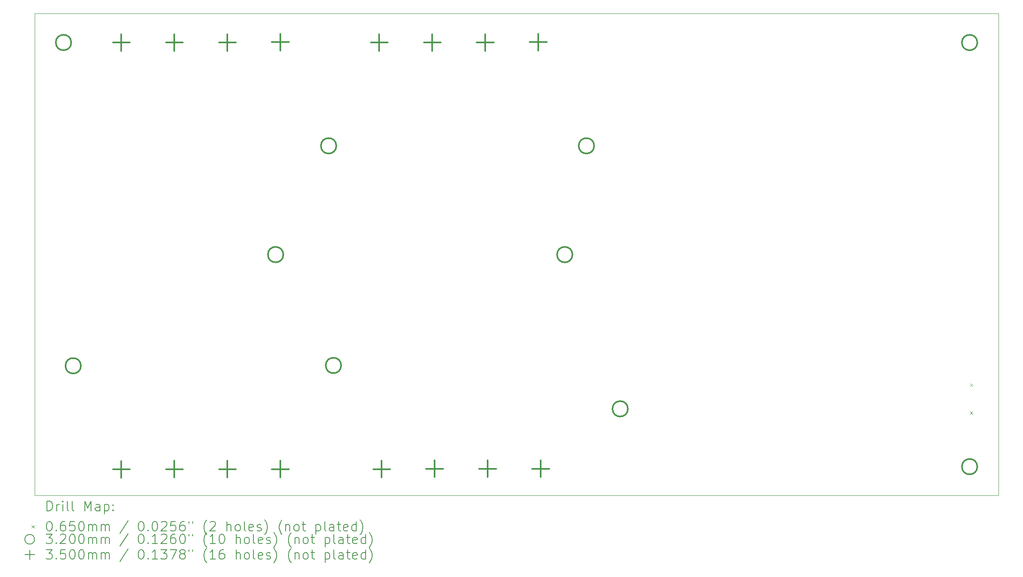
<source format=gbr>
%TF.GenerationSoftware,KiCad,Pcbnew,9.0.1*%
%TF.CreationDate,2025-04-06T02:55:30+02:00*%
%TF.ProjectId,controller_mainboard,636f6e74-726f-46c6-9c65-725f6d61696e,rev?*%
%TF.SameCoordinates,Original*%
%TF.FileFunction,Drillmap*%
%TF.FilePolarity,Positive*%
%FSLAX45Y45*%
G04 Gerber Fmt 4.5, Leading zero omitted, Abs format (unit mm)*
G04 Created by KiCad (PCBNEW 9.0.1) date 2025-04-06 02:55:30*
%MOMM*%
%LPD*%
G01*
G04 APERTURE LIST*
%ADD10C,0.050000*%
%ADD11C,0.200000*%
%ADD12C,0.100000*%
%ADD13C,0.320000*%
%ADD14C,0.350000*%
G04 APERTURE END LIST*
D10*
X5400000Y-6000000D02*
X25400000Y-6000000D01*
X25400000Y-16000000D01*
X5400000Y-16000000D01*
X5400000Y-6000000D01*
D11*
D12*
X24805000Y-13673500D02*
X24870000Y-13738500D01*
X24870000Y-13673500D02*
X24805000Y-13738500D01*
X24805000Y-14251500D02*
X24870000Y-14316500D01*
X24870000Y-14251500D02*
X24805000Y-14316500D01*
D13*
X6160000Y-6600000D02*
G75*
G02*
X5840000Y-6600000I-160000J0D01*
G01*
X5840000Y-6600000D02*
G75*
G02*
X6160000Y-6600000I160000J0D01*
G01*
X6360000Y-13307000D02*
G75*
G02*
X6040000Y-13307000I-160000J0D01*
G01*
X6040000Y-13307000D02*
G75*
G02*
X6360000Y-13307000I160000J0D01*
G01*
X10560000Y-11000000D02*
G75*
G02*
X10240000Y-11000000I-160000J0D01*
G01*
X10240000Y-11000000D02*
G75*
G02*
X10560000Y-11000000I160000J0D01*
G01*
X11660000Y-8743000D02*
G75*
G02*
X11340000Y-8743000I-160000J0D01*
G01*
X11340000Y-8743000D02*
G75*
G02*
X11660000Y-8743000I160000J0D01*
G01*
X11760000Y-13300000D02*
G75*
G02*
X11440000Y-13300000I-160000J0D01*
G01*
X11440000Y-13300000D02*
G75*
G02*
X11760000Y-13300000I160000J0D01*
G01*
X16560000Y-11000000D02*
G75*
G02*
X16240000Y-11000000I-160000J0D01*
G01*
X16240000Y-11000000D02*
G75*
G02*
X16560000Y-11000000I160000J0D01*
G01*
X17010000Y-8743000D02*
G75*
G02*
X16690000Y-8743000I-160000J0D01*
G01*
X16690000Y-8743000D02*
G75*
G02*
X17010000Y-8743000I160000J0D01*
G01*
X17710000Y-14200000D02*
G75*
G02*
X17390000Y-14200000I-160000J0D01*
G01*
X17390000Y-14200000D02*
G75*
G02*
X17710000Y-14200000I160000J0D01*
G01*
X24960000Y-6600000D02*
G75*
G02*
X24640000Y-6600000I-160000J0D01*
G01*
X24640000Y-6600000D02*
G75*
G02*
X24960000Y-6600000I160000J0D01*
G01*
X24960000Y-15400000D02*
G75*
G02*
X24640000Y-15400000I-160000J0D01*
G01*
X24640000Y-15400000D02*
G75*
G02*
X24960000Y-15400000I160000J0D01*
G01*
D14*
X7200000Y-6425000D02*
X7200000Y-6775000D01*
X7025000Y-6600000D02*
X7375000Y-6600000D01*
X7200000Y-15282000D02*
X7200000Y-15632000D01*
X7025000Y-15457000D02*
X7375000Y-15457000D01*
X8300000Y-6425000D02*
X8300000Y-6775000D01*
X8125000Y-6600000D02*
X8475000Y-6600000D01*
X8300000Y-15275000D02*
X8300000Y-15625000D01*
X8125000Y-15450000D02*
X8475000Y-15450000D01*
X9400000Y-6425000D02*
X9400000Y-6775000D01*
X9225000Y-6600000D02*
X9575000Y-6600000D01*
X9400000Y-15275000D02*
X9400000Y-15625000D01*
X9225000Y-15450000D02*
X9575000Y-15450000D01*
X10500000Y-6418000D02*
X10500000Y-6768000D01*
X10325000Y-6593000D02*
X10675000Y-6593000D01*
X10500000Y-15275000D02*
X10500000Y-15625000D01*
X10325000Y-15450000D02*
X10675000Y-15450000D01*
X12550000Y-6425000D02*
X12550000Y-6775000D01*
X12375000Y-6600000D02*
X12725000Y-6600000D01*
X12600000Y-15275000D02*
X12600000Y-15625000D01*
X12425000Y-15450000D02*
X12775000Y-15450000D01*
X13650000Y-6425000D02*
X13650000Y-6775000D01*
X13475000Y-6600000D02*
X13825000Y-6600000D01*
X13700000Y-15268000D02*
X13700000Y-15618000D01*
X13525000Y-15443000D02*
X13875000Y-15443000D01*
X14750000Y-6425000D02*
X14750000Y-6775000D01*
X14575000Y-6600000D02*
X14925000Y-6600000D01*
X14800000Y-15268000D02*
X14800000Y-15618000D01*
X14625000Y-15443000D02*
X14975000Y-15443000D01*
X15850000Y-6418000D02*
X15850000Y-6768000D01*
X15675000Y-6593000D02*
X16025000Y-6593000D01*
X15900000Y-15268000D02*
X15900000Y-15618000D01*
X15725000Y-15443000D02*
X16075000Y-15443000D01*
D11*
X5658277Y-16313984D02*
X5658277Y-16113984D01*
X5658277Y-16113984D02*
X5705896Y-16113984D01*
X5705896Y-16113984D02*
X5734467Y-16123508D01*
X5734467Y-16123508D02*
X5753515Y-16142555D01*
X5753515Y-16142555D02*
X5763039Y-16161603D01*
X5763039Y-16161603D02*
X5772562Y-16199698D01*
X5772562Y-16199698D02*
X5772562Y-16228269D01*
X5772562Y-16228269D02*
X5763039Y-16266365D01*
X5763039Y-16266365D02*
X5753515Y-16285412D01*
X5753515Y-16285412D02*
X5734467Y-16304460D01*
X5734467Y-16304460D02*
X5705896Y-16313984D01*
X5705896Y-16313984D02*
X5658277Y-16313984D01*
X5858277Y-16313984D02*
X5858277Y-16180650D01*
X5858277Y-16218746D02*
X5867801Y-16199698D01*
X5867801Y-16199698D02*
X5877324Y-16190174D01*
X5877324Y-16190174D02*
X5896372Y-16180650D01*
X5896372Y-16180650D02*
X5915420Y-16180650D01*
X5982086Y-16313984D02*
X5982086Y-16180650D01*
X5982086Y-16113984D02*
X5972562Y-16123508D01*
X5972562Y-16123508D02*
X5982086Y-16133031D01*
X5982086Y-16133031D02*
X5991610Y-16123508D01*
X5991610Y-16123508D02*
X5982086Y-16113984D01*
X5982086Y-16113984D02*
X5982086Y-16133031D01*
X6105896Y-16313984D02*
X6086848Y-16304460D01*
X6086848Y-16304460D02*
X6077324Y-16285412D01*
X6077324Y-16285412D02*
X6077324Y-16113984D01*
X6210658Y-16313984D02*
X6191610Y-16304460D01*
X6191610Y-16304460D02*
X6182086Y-16285412D01*
X6182086Y-16285412D02*
X6182086Y-16113984D01*
X6439229Y-16313984D02*
X6439229Y-16113984D01*
X6439229Y-16113984D02*
X6505896Y-16256841D01*
X6505896Y-16256841D02*
X6572562Y-16113984D01*
X6572562Y-16113984D02*
X6572562Y-16313984D01*
X6753515Y-16313984D02*
X6753515Y-16209222D01*
X6753515Y-16209222D02*
X6743991Y-16190174D01*
X6743991Y-16190174D02*
X6724943Y-16180650D01*
X6724943Y-16180650D02*
X6686848Y-16180650D01*
X6686848Y-16180650D02*
X6667801Y-16190174D01*
X6753515Y-16304460D02*
X6734467Y-16313984D01*
X6734467Y-16313984D02*
X6686848Y-16313984D01*
X6686848Y-16313984D02*
X6667801Y-16304460D01*
X6667801Y-16304460D02*
X6658277Y-16285412D01*
X6658277Y-16285412D02*
X6658277Y-16266365D01*
X6658277Y-16266365D02*
X6667801Y-16247317D01*
X6667801Y-16247317D02*
X6686848Y-16237793D01*
X6686848Y-16237793D02*
X6734467Y-16237793D01*
X6734467Y-16237793D02*
X6753515Y-16228269D01*
X6848753Y-16180650D02*
X6848753Y-16380650D01*
X6848753Y-16190174D02*
X6867801Y-16180650D01*
X6867801Y-16180650D02*
X6905896Y-16180650D01*
X6905896Y-16180650D02*
X6924943Y-16190174D01*
X6924943Y-16190174D02*
X6934467Y-16199698D01*
X6934467Y-16199698D02*
X6943991Y-16218746D01*
X6943991Y-16218746D02*
X6943991Y-16275888D01*
X6943991Y-16275888D02*
X6934467Y-16294936D01*
X6934467Y-16294936D02*
X6924943Y-16304460D01*
X6924943Y-16304460D02*
X6905896Y-16313984D01*
X6905896Y-16313984D02*
X6867801Y-16313984D01*
X6867801Y-16313984D02*
X6848753Y-16304460D01*
X7029705Y-16294936D02*
X7039229Y-16304460D01*
X7039229Y-16304460D02*
X7029705Y-16313984D01*
X7029705Y-16313984D02*
X7020182Y-16304460D01*
X7020182Y-16304460D02*
X7029705Y-16294936D01*
X7029705Y-16294936D02*
X7029705Y-16313984D01*
X7029705Y-16190174D02*
X7039229Y-16199698D01*
X7039229Y-16199698D02*
X7029705Y-16209222D01*
X7029705Y-16209222D02*
X7020182Y-16199698D01*
X7020182Y-16199698D02*
X7029705Y-16190174D01*
X7029705Y-16190174D02*
X7029705Y-16209222D01*
D12*
X5332500Y-16610000D02*
X5397500Y-16675000D01*
X5397500Y-16610000D02*
X5332500Y-16675000D01*
D11*
X5696372Y-16533984D02*
X5715420Y-16533984D01*
X5715420Y-16533984D02*
X5734467Y-16543508D01*
X5734467Y-16543508D02*
X5743991Y-16553031D01*
X5743991Y-16553031D02*
X5753515Y-16572079D01*
X5753515Y-16572079D02*
X5763039Y-16610174D01*
X5763039Y-16610174D02*
X5763039Y-16657793D01*
X5763039Y-16657793D02*
X5753515Y-16695888D01*
X5753515Y-16695888D02*
X5743991Y-16714936D01*
X5743991Y-16714936D02*
X5734467Y-16724460D01*
X5734467Y-16724460D02*
X5715420Y-16733984D01*
X5715420Y-16733984D02*
X5696372Y-16733984D01*
X5696372Y-16733984D02*
X5677324Y-16724460D01*
X5677324Y-16724460D02*
X5667801Y-16714936D01*
X5667801Y-16714936D02*
X5658277Y-16695888D01*
X5658277Y-16695888D02*
X5648753Y-16657793D01*
X5648753Y-16657793D02*
X5648753Y-16610174D01*
X5648753Y-16610174D02*
X5658277Y-16572079D01*
X5658277Y-16572079D02*
X5667801Y-16553031D01*
X5667801Y-16553031D02*
X5677324Y-16543508D01*
X5677324Y-16543508D02*
X5696372Y-16533984D01*
X5848753Y-16714936D02*
X5858277Y-16724460D01*
X5858277Y-16724460D02*
X5848753Y-16733984D01*
X5848753Y-16733984D02*
X5839229Y-16724460D01*
X5839229Y-16724460D02*
X5848753Y-16714936D01*
X5848753Y-16714936D02*
X5848753Y-16733984D01*
X6029705Y-16533984D02*
X5991610Y-16533984D01*
X5991610Y-16533984D02*
X5972562Y-16543508D01*
X5972562Y-16543508D02*
X5963039Y-16553031D01*
X5963039Y-16553031D02*
X5943991Y-16581603D01*
X5943991Y-16581603D02*
X5934467Y-16619698D01*
X5934467Y-16619698D02*
X5934467Y-16695888D01*
X5934467Y-16695888D02*
X5943991Y-16714936D01*
X5943991Y-16714936D02*
X5953515Y-16724460D01*
X5953515Y-16724460D02*
X5972562Y-16733984D01*
X5972562Y-16733984D02*
X6010658Y-16733984D01*
X6010658Y-16733984D02*
X6029705Y-16724460D01*
X6029705Y-16724460D02*
X6039229Y-16714936D01*
X6039229Y-16714936D02*
X6048753Y-16695888D01*
X6048753Y-16695888D02*
X6048753Y-16648269D01*
X6048753Y-16648269D02*
X6039229Y-16629222D01*
X6039229Y-16629222D02*
X6029705Y-16619698D01*
X6029705Y-16619698D02*
X6010658Y-16610174D01*
X6010658Y-16610174D02*
X5972562Y-16610174D01*
X5972562Y-16610174D02*
X5953515Y-16619698D01*
X5953515Y-16619698D02*
X5943991Y-16629222D01*
X5943991Y-16629222D02*
X5934467Y-16648269D01*
X6229705Y-16533984D02*
X6134467Y-16533984D01*
X6134467Y-16533984D02*
X6124943Y-16629222D01*
X6124943Y-16629222D02*
X6134467Y-16619698D01*
X6134467Y-16619698D02*
X6153515Y-16610174D01*
X6153515Y-16610174D02*
X6201134Y-16610174D01*
X6201134Y-16610174D02*
X6220182Y-16619698D01*
X6220182Y-16619698D02*
X6229705Y-16629222D01*
X6229705Y-16629222D02*
X6239229Y-16648269D01*
X6239229Y-16648269D02*
X6239229Y-16695888D01*
X6239229Y-16695888D02*
X6229705Y-16714936D01*
X6229705Y-16714936D02*
X6220182Y-16724460D01*
X6220182Y-16724460D02*
X6201134Y-16733984D01*
X6201134Y-16733984D02*
X6153515Y-16733984D01*
X6153515Y-16733984D02*
X6134467Y-16724460D01*
X6134467Y-16724460D02*
X6124943Y-16714936D01*
X6363039Y-16533984D02*
X6382086Y-16533984D01*
X6382086Y-16533984D02*
X6401134Y-16543508D01*
X6401134Y-16543508D02*
X6410658Y-16553031D01*
X6410658Y-16553031D02*
X6420182Y-16572079D01*
X6420182Y-16572079D02*
X6429705Y-16610174D01*
X6429705Y-16610174D02*
X6429705Y-16657793D01*
X6429705Y-16657793D02*
X6420182Y-16695888D01*
X6420182Y-16695888D02*
X6410658Y-16714936D01*
X6410658Y-16714936D02*
X6401134Y-16724460D01*
X6401134Y-16724460D02*
X6382086Y-16733984D01*
X6382086Y-16733984D02*
X6363039Y-16733984D01*
X6363039Y-16733984D02*
X6343991Y-16724460D01*
X6343991Y-16724460D02*
X6334467Y-16714936D01*
X6334467Y-16714936D02*
X6324943Y-16695888D01*
X6324943Y-16695888D02*
X6315420Y-16657793D01*
X6315420Y-16657793D02*
X6315420Y-16610174D01*
X6315420Y-16610174D02*
X6324943Y-16572079D01*
X6324943Y-16572079D02*
X6334467Y-16553031D01*
X6334467Y-16553031D02*
X6343991Y-16543508D01*
X6343991Y-16543508D02*
X6363039Y-16533984D01*
X6515420Y-16733984D02*
X6515420Y-16600650D01*
X6515420Y-16619698D02*
X6524943Y-16610174D01*
X6524943Y-16610174D02*
X6543991Y-16600650D01*
X6543991Y-16600650D02*
X6572563Y-16600650D01*
X6572563Y-16600650D02*
X6591610Y-16610174D01*
X6591610Y-16610174D02*
X6601134Y-16629222D01*
X6601134Y-16629222D02*
X6601134Y-16733984D01*
X6601134Y-16629222D02*
X6610658Y-16610174D01*
X6610658Y-16610174D02*
X6629705Y-16600650D01*
X6629705Y-16600650D02*
X6658277Y-16600650D01*
X6658277Y-16600650D02*
X6677324Y-16610174D01*
X6677324Y-16610174D02*
X6686848Y-16629222D01*
X6686848Y-16629222D02*
X6686848Y-16733984D01*
X6782086Y-16733984D02*
X6782086Y-16600650D01*
X6782086Y-16619698D02*
X6791610Y-16610174D01*
X6791610Y-16610174D02*
X6810658Y-16600650D01*
X6810658Y-16600650D02*
X6839229Y-16600650D01*
X6839229Y-16600650D02*
X6858277Y-16610174D01*
X6858277Y-16610174D02*
X6867801Y-16629222D01*
X6867801Y-16629222D02*
X6867801Y-16733984D01*
X6867801Y-16629222D02*
X6877324Y-16610174D01*
X6877324Y-16610174D02*
X6896372Y-16600650D01*
X6896372Y-16600650D02*
X6924943Y-16600650D01*
X6924943Y-16600650D02*
X6943991Y-16610174D01*
X6943991Y-16610174D02*
X6953515Y-16629222D01*
X6953515Y-16629222D02*
X6953515Y-16733984D01*
X7343991Y-16524460D02*
X7172563Y-16781603D01*
X7601134Y-16533984D02*
X7620182Y-16533984D01*
X7620182Y-16533984D02*
X7639229Y-16543508D01*
X7639229Y-16543508D02*
X7648753Y-16553031D01*
X7648753Y-16553031D02*
X7658277Y-16572079D01*
X7658277Y-16572079D02*
X7667801Y-16610174D01*
X7667801Y-16610174D02*
X7667801Y-16657793D01*
X7667801Y-16657793D02*
X7658277Y-16695888D01*
X7658277Y-16695888D02*
X7648753Y-16714936D01*
X7648753Y-16714936D02*
X7639229Y-16724460D01*
X7639229Y-16724460D02*
X7620182Y-16733984D01*
X7620182Y-16733984D02*
X7601134Y-16733984D01*
X7601134Y-16733984D02*
X7582086Y-16724460D01*
X7582086Y-16724460D02*
X7572563Y-16714936D01*
X7572563Y-16714936D02*
X7563039Y-16695888D01*
X7563039Y-16695888D02*
X7553515Y-16657793D01*
X7553515Y-16657793D02*
X7553515Y-16610174D01*
X7553515Y-16610174D02*
X7563039Y-16572079D01*
X7563039Y-16572079D02*
X7572563Y-16553031D01*
X7572563Y-16553031D02*
X7582086Y-16543508D01*
X7582086Y-16543508D02*
X7601134Y-16533984D01*
X7753515Y-16714936D02*
X7763039Y-16724460D01*
X7763039Y-16724460D02*
X7753515Y-16733984D01*
X7753515Y-16733984D02*
X7743991Y-16724460D01*
X7743991Y-16724460D02*
X7753515Y-16714936D01*
X7753515Y-16714936D02*
X7753515Y-16733984D01*
X7886848Y-16533984D02*
X7905896Y-16533984D01*
X7905896Y-16533984D02*
X7924944Y-16543508D01*
X7924944Y-16543508D02*
X7934467Y-16553031D01*
X7934467Y-16553031D02*
X7943991Y-16572079D01*
X7943991Y-16572079D02*
X7953515Y-16610174D01*
X7953515Y-16610174D02*
X7953515Y-16657793D01*
X7953515Y-16657793D02*
X7943991Y-16695888D01*
X7943991Y-16695888D02*
X7934467Y-16714936D01*
X7934467Y-16714936D02*
X7924944Y-16724460D01*
X7924944Y-16724460D02*
X7905896Y-16733984D01*
X7905896Y-16733984D02*
X7886848Y-16733984D01*
X7886848Y-16733984D02*
X7867801Y-16724460D01*
X7867801Y-16724460D02*
X7858277Y-16714936D01*
X7858277Y-16714936D02*
X7848753Y-16695888D01*
X7848753Y-16695888D02*
X7839229Y-16657793D01*
X7839229Y-16657793D02*
X7839229Y-16610174D01*
X7839229Y-16610174D02*
X7848753Y-16572079D01*
X7848753Y-16572079D02*
X7858277Y-16553031D01*
X7858277Y-16553031D02*
X7867801Y-16543508D01*
X7867801Y-16543508D02*
X7886848Y-16533984D01*
X8029706Y-16553031D02*
X8039229Y-16543508D01*
X8039229Y-16543508D02*
X8058277Y-16533984D01*
X8058277Y-16533984D02*
X8105896Y-16533984D01*
X8105896Y-16533984D02*
X8124944Y-16543508D01*
X8124944Y-16543508D02*
X8134467Y-16553031D01*
X8134467Y-16553031D02*
X8143991Y-16572079D01*
X8143991Y-16572079D02*
X8143991Y-16591127D01*
X8143991Y-16591127D02*
X8134467Y-16619698D01*
X8134467Y-16619698D02*
X8020182Y-16733984D01*
X8020182Y-16733984D02*
X8143991Y-16733984D01*
X8324944Y-16533984D02*
X8229706Y-16533984D01*
X8229706Y-16533984D02*
X8220182Y-16629222D01*
X8220182Y-16629222D02*
X8229706Y-16619698D01*
X8229706Y-16619698D02*
X8248753Y-16610174D01*
X8248753Y-16610174D02*
X8296372Y-16610174D01*
X8296372Y-16610174D02*
X8315420Y-16619698D01*
X8315420Y-16619698D02*
X8324944Y-16629222D01*
X8324944Y-16629222D02*
X8334467Y-16648269D01*
X8334467Y-16648269D02*
X8334467Y-16695888D01*
X8334467Y-16695888D02*
X8324944Y-16714936D01*
X8324944Y-16714936D02*
X8315420Y-16724460D01*
X8315420Y-16724460D02*
X8296372Y-16733984D01*
X8296372Y-16733984D02*
X8248753Y-16733984D01*
X8248753Y-16733984D02*
X8229706Y-16724460D01*
X8229706Y-16724460D02*
X8220182Y-16714936D01*
X8505896Y-16533984D02*
X8467801Y-16533984D01*
X8467801Y-16533984D02*
X8448753Y-16543508D01*
X8448753Y-16543508D02*
X8439229Y-16553031D01*
X8439229Y-16553031D02*
X8420182Y-16581603D01*
X8420182Y-16581603D02*
X8410658Y-16619698D01*
X8410658Y-16619698D02*
X8410658Y-16695888D01*
X8410658Y-16695888D02*
X8420182Y-16714936D01*
X8420182Y-16714936D02*
X8429706Y-16724460D01*
X8429706Y-16724460D02*
X8448753Y-16733984D01*
X8448753Y-16733984D02*
X8486849Y-16733984D01*
X8486849Y-16733984D02*
X8505896Y-16724460D01*
X8505896Y-16724460D02*
X8515420Y-16714936D01*
X8515420Y-16714936D02*
X8524944Y-16695888D01*
X8524944Y-16695888D02*
X8524944Y-16648269D01*
X8524944Y-16648269D02*
X8515420Y-16629222D01*
X8515420Y-16629222D02*
X8505896Y-16619698D01*
X8505896Y-16619698D02*
X8486849Y-16610174D01*
X8486849Y-16610174D02*
X8448753Y-16610174D01*
X8448753Y-16610174D02*
X8429706Y-16619698D01*
X8429706Y-16619698D02*
X8420182Y-16629222D01*
X8420182Y-16629222D02*
X8410658Y-16648269D01*
X8601134Y-16533984D02*
X8601134Y-16572079D01*
X8677325Y-16533984D02*
X8677325Y-16572079D01*
X8972563Y-16810174D02*
X8963039Y-16800650D01*
X8963039Y-16800650D02*
X8943991Y-16772079D01*
X8943991Y-16772079D02*
X8934468Y-16753031D01*
X8934468Y-16753031D02*
X8924944Y-16724460D01*
X8924944Y-16724460D02*
X8915420Y-16676841D01*
X8915420Y-16676841D02*
X8915420Y-16638746D01*
X8915420Y-16638746D02*
X8924944Y-16591127D01*
X8924944Y-16591127D02*
X8934468Y-16562555D01*
X8934468Y-16562555D02*
X8943991Y-16543508D01*
X8943991Y-16543508D02*
X8963039Y-16514936D01*
X8963039Y-16514936D02*
X8972563Y-16505412D01*
X9039230Y-16553031D02*
X9048753Y-16543508D01*
X9048753Y-16543508D02*
X9067801Y-16533984D01*
X9067801Y-16533984D02*
X9115420Y-16533984D01*
X9115420Y-16533984D02*
X9134468Y-16543508D01*
X9134468Y-16543508D02*
X9143991Y-16553031D01*
X9143991Y-16553031D02*
X9153515Y-16572079D01*
X9153515Y-16572079D02*
X9153515Y-16591127D01*
X9153515Y-16591127D02*
X9143991Y-16619698D01*
X9143991Y-16619698D02*
X9029706Y-16733984D01*
X9029706Y-16733984D02*
X9153515Y-16733984D01*
X9391611Y-16733984D02*
X9391611Y-16533984D01*
X9477325Y-16733984D02*
X9477325Y-16629222D01*
X9477325Y-16629222D02*
X9467801Y-16610174D01*
X9467801Y-16610174D02*
X9448753Y-16600650D01*
X9448753Y-16600650D02*
X9420182Y-16600650D01*
X9420182Y-16600650D02*
X9401134Y-16610174D01*
X9401134Y-16610174D02*
X9391611Y-16619698D01*
X9601134Y-16733984D02*
X9582087Y-16724460D01*
X9582087Y-16724460D02*
X9572563Y-16714936D01*
X9572563Y-16714936D02*
X9563039Y-16695888D01*
X9563039Y-16695888D02*
X9563039Y-16638746D01*
X9563039Y-16638746D02*
X9572563Y-16619698D01*
X9572563Y-16619698D02*
X9582087Y-16610174D01*
X9582087Y-16610174D02*
X9601134Y-16600650D01*
X9601134Y-16600650D02*
X9629706Y-16600650D01*
X9629706Y-16600650D02*
X9648753Y-16610174D01*
X9648753Y-16610174D02*
X9658277Y-16619698D01*
X9658277Y-16619698D02*
X9667801Y-16638746D01*
X9667801Y-16638746D02*
X9667801Y-16695888D01*
X9667801Y-16695888D02*
X9658277Y-16714936D01*
X9658277Y-16714936D02*
X9648753Y-16724460D01*
X9648753Y-16724460D02*
X9629706Y-16733984D01*
X9629706Y-16733984D02*
X9601134Y-16733984D01*
X9782087Y-16733984D02*
X9763039Y-16724460D01*
X9763039Y-16724460D02*
X9753515Y-16705412D01*
X9753515Y-16705412D02*
X9753515Y-16533984D01*
X9934468Y-16724460D02*
X9915420Y-16733984D01*
X9915420Y-16733984D02*
X9877325Y-16733984D01*
X9877325Y-16733984D02*
X9858277Y-16724460D01*
X9858277Y-16724460D02*
X9848753Y-16705412D01*
X9848753Y-16705412D02*
X9848753Y-16629222D01*
X9848753Y-16629222D02*
X9858277Y-16610174D01*
X9858277Y-16610174D02*
X9877325Y-16600650D01*
X9877325Y-16600650D02*
X9915420Y-16600650D01*
X9915420Y-16600650D02*
X9934468Y-16610174D01*
X9934468Y-16610174D02*
X9943992Y-16629222D01*
X9943992Y-16629222D02*
X9943992Y-16648269D01*
X9943992Y-16648269D02*
X9848753Y-16667317D01*
X10020182Y-16724460D02*
X10039230Y-16733984D01*
X10039230Y-16733984D02*
X10077325Y-16733984D01*
X10077325Y-16733984D02*
X10096373Y-16724460D01*
X10096373Y-16724460D02*
X10105896Y-16705412D01*
X10105896Y-16705412D02*
X10105896Y-16695888D01*
X10105896Y-16695888D02*
X10096373Y-16676841D01*
X10096373Y-16676841D02*
X10077325Y-16667317D01*
X10077325Y-16667317D02*
X10048753Y-16667317D01*
X10048753Y-16667317D02*
X10029706Y-16657793D01*
X10029706Y-16657793D02*
X10020182Y-16638746D01*
X10020182Y-16638746D02*
X10020182Y-16629222D01*
X10020182Y-16629222D02*
X10029706Y-16610174D01*
X10029706Y-16610174D02*
X10048753Y-16600650D01*
X10048753Y-16600650D02*
X10077325Y-16600650D01*
X10077325Y-16600650D02*
X10096373Y-16610174D01*
X10172563Y-16810174D02*
X10182087Y-16800650D01*
X10182087Y-16800650D02*
X10201134Y-16772079D01*
X10201134Y-16772079D02*
X10210658Y-16753031D01*
X10210658Y-16753031D02*
X10220182Y-16724460D01*
X10220182Y-16724460D02*
X10229706Y-16676841D01*
X10229706Y-16676841D02*
X10229706Y-16638746D01*
X10229706Y-16638746D02*
X10220182Y-16591127D01*
X10220182Y-16591127D02*
X10210658Y-16562555D01*
X10210658Y-16562555D02*
X10201134Y-16543508D01*
X10201134Y-16543508D02*
X10182087Y-16514936D01*
X10182087Y-16514936D02*
X10172563Y-16505412D01*
X10534468Y-16810174D02*
X10524944Y-16800650D01*
X10524944Y-16800650D02*
X10505896Y-16772079D01*
X10505896Y-16772079D02*
X10496373Y-16753031D01*
X10496373Y-16753031D02*
X10486849Y-16724460D01*
X10486849Y-16724460D02*
X10477325Y-16676841D01*
X10477325Y-16676841D02*
X10477325Y-16638746D01*
X10477325Y-16638746D02*
X10486849Y-16591127D01*
X10486849Y-16591127D02*
X10496373Y-16562555D01*
X10496373Y-16562555D02*
X10505896Y-16543508D01*
X10505896Y-16543508D02*
X10524944Y-16514936D01*
X10524944Y-16514936D02*
X10534468Y-16505412D01*
X10610658Y-16600650D02*
X10610658Y-16733984D01*
X10610658Y-16619698D02*
X10620182Y-16610174D01*
X10620182Y-16610174D02*
X10639230Y-16600650D01*
X10639230Y-16600650D02*
X10667801Y-16600650D01*
X10667801Y-16600650D02*
X10686849Y-16610174D01*
X10686849Y-16610174D02*
X10696373Y-16629222D01*
X10696373Y-16629222D02*
X10696373Y-16733984D01*
X10820182Y-16733984D02*
X10801134Y-16724460D01*
X10801134Y-16724460D02*
X10791611Y-16714936D01*
X10791611Y-16714936D02*
X10782087Y-16695888D01*
X10782087Y-16695888D02*
X10782087Y-16638746D01*
X10782087Y-16638746D02*
X10791611Y-16619698D01*
X10791611Y-16619698D02*
X10801134Y-16610174D01*
X10801134Y-16610174D02*
X10820182Y-16600650D01*
X10820182Y-16600650D02*
X10848754Y-16600650D01*
X10848754Y-16600650D02*
X10867801Y-16610174D01*
X10867801Y-16610174D02*
X10877325Y-16619698D01*
X10877325Y-16619698D02*
X10886849Y-16638746D01*
X10886849Y-16638746D02*
X10886849Y-16695888D01*
X10886849Y-16695888D02*
X10877325Y-16714936D01*
X10877325Y-16714936D02*
X10867801Y-16724460D01*
X10867801Y-16724460D02*
X10848754Y-16733984D01*
X10848754Y-16733984D02*
X10820182Y-16733984D01*
X10943992Y-16600650D02*
X11020182Y-16600650D01*
X10972563Y-16533984D02*
X10972563Y-16705412D01*
X10972563Y-16705412D02*
X10982087Y-16724460D01*
X10982087Y-16724460D02*
X11001134Y-16733984D01*
X11001134Y-16733984D02*
X11020182Y-16733984D01*
X11239230Y-16600650D02*
X11239230Y-16800650D01*
X11239230Y-16610174D02*
X11258277Y-16600650D01*
X11258277Y-16600650D02*
X11296373Y-16600650D01*
X11296373Y-16600650D02*
X11315420Y-16610174D01*
X11315420Y-16610174D02*
X11324944Y-16619698D01*
X11324944Y-16619698D02*
X11334468Y-16638746D01*
X11334468Y-16638746D02*
X11334468Y-16695888D01*
X11334468Y-16695888D02*
X11324944Y-16714936D01*
X11324944Y-16714936D02*
X11315420Y-16724460D01*
X11315420Y-16724460D02*
X11296373Y-16733984D01*
X11296373Y-16733984D02*
X11258277Y-16733984D01*
X11258277Y-16733984D02*
X11239230Y-16724460D01*
X11448753Y-16733984D02*
X11429706Y-16724460D01*
X11429706Y-16724460D02*
X11420182Y-16705412D01*
X11420182Y-16705412D02*
X11420182Y-16533984D01*
X11610658Y-16733984D02*
X11610658Y-16629222D01*
X11610658Y-16629222D02*
X11601134Y-16610174D01*
X11601134Y-16610174D02*
X11582087Y-16600650D01*
X11582087Y-16600650D02*
X11543992Y-16600650D01*
X11543992Y-16600650D02*
X11524944Y-16610174D01*
X11610658Y-16724460D02*
X11591611Y-16733984D01*
X11591611Y-16733984D02*
X11543992Y-16733984D01*
X11543992Y-16733984D02*
X11524944Y-16724460D01*
X11524944Y-16724460D02*
X11515420Y-16705412D01*
X11515420Y-16705412D02*
X11515420Y-16686365D01*
X11515420Y-16686365D02*
X11524944Y-16667317D01*
X11524944Y-16667317D02*
X11543992Y-16657793D01*
X11543992Y-16657793D02*
X11591611Y-16657793D01*
X11591611Y-16657793D02*
X11610658Y-16648269D01*
X11677325Y-16600650D02*
X11753515Y-16600650D01*
X11705896Y-16533984D02*
X11705896Y-16705412D01*
X11705896Y-16705412D02*
X11715420Y-16724460D01*
X11715420Y-16724460D02*
X11734468Y-16733984D01*
X11734468Y-16733984D02*
X11753515Y-16733984D01*
X11896373Y-16724460D02*
X11877325Y-16733984D01*
X11877325Y-16733984D02*
X11839230Y-16733984D01*
X11839230Y-16733984D02*
X11820182Y-16724460D01*
X11820182Y-16724460D02*
X11810658Y-16705412D01*
X11810658Y-16705412D02*
X11810658Y-16629222D01*
X11810658Y-16629222D02*
X11820182Y-16610174D01*
X11820182Y-16610174D02*
X11839230Y-16600650D01*
X11839230Y-16600650D02*
X11877325Y-16600650D01*
X11877325Y-16600650D02*
X11896373Y-16610174D01*
X11896373Y-16610174D02*
X11905896Y-16629222D01*
X11905896Y-16629222D02*
X11905896Y-16648269D01*
X11905896Y-16648269D02*
X11810658Y-16667317D01*
X12077325Y-16733984D02*
X12077325Y-16533984D01*
X12077325Y-16724460D02*
X12058277Y-16733984D01*
X12058277Y-16733984D02*
X12020182Y-16733984D01*
X12020182Y-16733984D02*
X12001134Y-16724460D01*
X12001134Y-16724460D02*
X11991611Y-16714936D01*
X11991611Y-16714936D02*
X11982087Y-16695888D01*
X11982087Y-16695888D02*
X11982087Y-16638746D01*
X11982087Y-16638746D02*
X11991611Y-16619698D01*
X11991611Y-16619698D02*
X12001134Y-16610174D01*
X12001134Y-16610174D02*
X12020182Y-16600650D01*
X12020182Y-16600650D02*
X12058277Y-16600650D01*
X12058277Y-16600650D02*
X12077325Y-16610174D01*
X12153515Y-16810174D02*
X12163039Y-16800650D01*
X12163039Y-16800650D02*
X12182087Y-16772079D01*
X12182087Y-16772079D02*
X12191611Y-16753031D01*
X12191611Y-16753031D02*
X12201134Y-16724460D01*
X12201134Y-16724460D02*
X12210658Y-16676841D01*
X12210658Y-16676841D02*
X12210658Y-16638746D01*
X12210658Y-16638746D02*
X12201134Y-16591127D01*
X12201134Y-16591127D02*
X12191611Y-16562555D01*
X12191611Y-16562555D02*
X12182087Y-16543508D01*
X12182087Y-16543508D02*
X12163039Y-16514936D01*
X12163039Y-16514936D02*
X12153515Y-16505412D01*
X5397500Y-16906500D02*
G75*
G02*
X5197500Y-16906500I-100000J0D01*
G01*
X5197500Y-16906500D02*
G75*
G02*
X5397500Y-16906500I100000J0D01*
G01*
X5639229Y-16797984D02*
X5763039Y-16797984D01*
X5763039Y-16797984D02*
X5696372Y-16874174D01*
X5696372Y-16874174D02*
X5724943Y-16874174D01*
X5724943Y-16874174D02*
X5743991Y-16883698D01*
X5743991Y-16883698D02*
X5753515Y-16893222D01*
X5753515Y-16893222D02*
X5763039Y-16912270D01*
X5763039Y-16912270D02*
X5763039Y-16959889D01*
X5763039Y-16959889D02*
X5753515Y-16978936D01*
X5753515Y-16978936D02*
X5743991Y-16988460D01*
X5743991Y-16988460D02*
X5724943Y-16997984D01*
X5724943Y-16997984D02*
X5667801Y-16997984D01*
X5667801Y-16997984D02*
X5648753Y-16988460D01*
X5648753Y-16988460D02*
X5639229Y-16978936D01*
X5848753Y-16978936D02*
X5858277Y-16988460D01*
X5858277Y-16988460D02*
X5848753Y-16997984D01*
X5848753Y-16997984D02*
X5839229Y-16988460D01*
X5839229Y-16988460D02*
X5848753Y-16978936D01*
X5848753Y-16978936D02*
X5848753Y-16997984D01*
X5934467Y-16817031D02*
X5943991Y-16807508D01*
X5943991Y-16807508D02*
X5963039Y-16797984D01*
X5963039Y-16797984D02*
X6010658Y-16797984D01*
X6010658Y-16797984D02*
X6029705Y-16807508D01*
X6029705Y-16807508D02*
X6039229Y-16817031D01*
X6039229Y-16817031D02*
X6048753Y-16836079D01*
X6048753Y-16836079D02*
X6048753Y-16855127D01*
X6048753Y-16855127D02*
X6039229Y-16883698D01*
X6039229Y-16883698D02*
X5924943Y-16997984D01*
X5924943Y-16997984D02*
X6048753Y-16997984D01*
X6172562Y-16797984D02*
X6191610Y-16797984D01*
X6191610Y-16797984D02*
X6210658Y-16807508D01*
X6210658Y-16807508D02*
X6220182Y-16817031D01*
X6220182Y-16817031D02*
X6229705Y-16836079D01*
X6229705Y-16836079D02*
X6239229Y-16874174D01*
X6239229Y-16874174D02*
X6239229Y-16921793D01*
X6239229Y-16921793D02*
X6229705Y-16959889D01*
X6229705Y-16959889D02*
X6220182Y-16978936D01*
X6220182Y-16978936D02*
X6210658Y-16988460D01*
X6210658Y-16988460D02*
X6191610Y-16997984D01*
X6191610Y-16997984D02*
X6172562Y-16997984D01*
X6172562Y-16997984D02*
X6153515Y-16988460D01*
X6153515Y-16988460D02*
X6143991Y-16978936D01*
X6143991Y-16978936D02*
X6134467Y-16959889D01*
X6134467Y-16959889D02*
X6124943Y-16921793D01*
X6124943Y-16921793D02*
X6124943Y-16874174D01*
X6124943Y-16874174D02*
X6134467Y-16836079D01*
X6134467Y-16836079D02*
X6143991Y-16817031D01*
X6143991Y-16817031D02*
X6153515Y-16807508D01*
X6153515Y-16807508D02*
X6172562Y-16797984D01*
X6363039Y-16797984D02*
X6382086Y-16797984D01*
X6382086Y-16797984D02*
X6401134Y-16807508D01*
X6401134Y-16807508D02*
X6410658Y-16817031D01*
X6410658Y-16817031D02*
X6420182Y-16836079D01*
X6420182Y-16836079D02*
X6429705Y-16874174D01*
X6429705Y-16874174D02*
X6429705Y-16921793D01*
X6429705Y-16921793D02*
X6420182Y-16959889D01*
X6420182Y-16959889D02*
X6410658Y-16978936D01*
X6410658Y-16978936D02*
X6401134Y-16988460D01*
X6401134Y-16988460D02*
X6382086Y-16997984D01*
X6382086Y-16997984D02*
X6363039Y-16997984D01*
X6363039Y-16997984D02*
X6343991Y-16988460D01*
X6343991Y-16988460D02*
X6334467Y-16978936D01*
X6334467Y-16978936D02*
X6324943Y-16959889D01*
X6324943Y-16959889D02*
X6315420Y-16921793D01*
X6315420Y-16921793D02*
X6315420Y-16874174D01*
X6315420Y-16874174D02*
X6324943Y-16836079D01*
X6324943Y-16836079D02*
X6334467Y-16817031D01*
X6334467Y-16817031D02*
X6343991Y-16807508D01*
X6343991Y-16807508D02*
X6363039Y-16797984D01*
X6515420Y-16997984D02*
X6515420Y-16864650D01*
X6515420Y-16883698D02*
X6524943Y-16874174D01*
X6524943Y-16874174D02*
X6543991Y-16864650D01*
X6543991Y-16864650D02*
X6572563Y-16864650D01*
X6572563Y-16864650D02*
X6591610Y-16874174D01*
X6591610Y-16874174D02*
X6601134Y-16893222D01*
X6601134Y-16893222D02*
X6601134Y-16997984D01*
X6601134Y-16893222D02*
X6610658Y-16874174D01*
X6610658Y-16874174D02*
X6629705Y-16864650D01*
X6629705Y-16864650D02*
X6658277Y-16864650D01*
X6658277Y-16864650D02*
X6677324Y-16874174D01*
X6677324Y-16874174D02*
X6686848Y-16893222D01*
X6686848Y-16893222D02*
X6686848Y-16997984D01*
X6782086Y-16997984D02*
X6782086Y-16864650D01*
X6782086Y-16883698D02*
X6791610Y-16874174D01*
X6791610Y-16874174D02*
X6810658Y-16864650D01*
X6810658Y-16864650D02*
X6839229Y-16864650D01*
X6839229Y-16864650D02*
X6858277Y-16874174D01*
X6858277Y-16874174D02*
X6867801Y-16893222D01*
X6867801Y-16893222D02*
X6867801Y-16997984D01*
X6867801Y-16893222D02*
X6877324Y-16874174D01*
X6877324Y-16874174D02*
X6896372Y-16864650D01*
X6896372Y-16864650D02*
X6924943Y-16864650D01*
X6924943Y-16864650D02*
X6943991Y-16874174D01*
X6943991Y-16874174D02*
X6953515Y-16893222D01*
X6953515Y-16893222D02*
X6953515Y-16997984D01*
X7343991Y-16788460D02*
X7172563Y-17045603D01*
X7601134Y-16797984D02*
X7620182Y-16797984D01*
X7620182Y-16797984D02*
X7639229Y-16807508D01*
X7639229Y-16807508D02*
X7648753Y-16817031D01*
X7648753Y-16817031D02*
X7658277Y-16836079D01*
X7658277Y-16836079D02*
X7667801Y-16874174D01*
X7667801Y-16874174D02*
X7667801Y-16921793D01*
X7667801Y-16921793D02*
X7658277Y-16959889D01*
X7658277Y-16959889D02*
X7648753Y-16978936D01*
X7648753Y-16978936D02*
X7639229Y-16988460D01*
X7639229Y-16988460D02*
X7620182Y-16997984D01*
X7620182Y-16997984D02*
X7601134Y-16997984D01*
X7601134Y-16997984D02*
X7582086Y-16988460D01*
X7582086Y-16988460D02*
X7572563Y-16978936D01*
X7572563Y-16978936D02*
X7563039Y-16959889D01*
X7563039Y-16959889D02*
X7553515Y-16921793D01*
X7553515Y-16921793D02*
X7553515Y-16874174D01*
X7553515Y-16874174D02*
X7563039Y-16836079D01*
X7563039Y-16836079D02*
X7572563Y-16817031D01*
X7572563Y-16817031D02*
X7582086Y-16807508D01*
X7582086Y-16807508D02*
X7601134Y-16797984D01*
X7753515Y-16978936D02*
X7763039Y-16988460D01*
X7763039Y-16988460D02*
X7753515Y-16997984D01*
X7753515Y-16997984D02*
X7743991Y-16988460D01*
X7743991Y-16988460D02*
X7753515Y-16978936D01*
X7753515Y-16978936D02*
X7753515Y-16997984D01*
X7953515Y-16997984D02*
X7839229Y-16997984D01*
X7896372Y-16997984D02*
X7896372Y-16797984D01*
X7896372Y-16797984D02*
X7877325Y-16826555D01*
X7877325Y-16826555D02*
X7858277Y-16845603D01*
X7858277Y-16845603D02*
X7839229Y-16855127D01*
X8029706Y-16817031D02*
X8039229Y-16807508D01*
X8039229Y-16807508D02*
X8058277Y-16797984D01*
X8058277Y-16797984D02*
X8105896Y-16797984D01*
X8105896Y-16797984D02*
X8124944Y-16807508D01*
X8124944Y-16807508D02*
X8134467Y-16817031D01*
X8134467Y-16817031D02*
X8143991Y-16836079D01*
X8143991Y-16836079D02*
X8143991Y-16855127D01*
X8143991Y-16855127D02*
X8134467Y-16883698D01*
X8134467Y-16883698D02*
X8020182Y-16997984D01*
X8020182Y-16997984D02*
X8143991Y-16997984D01*
X8315420Y-16797984D02*
X8277325Y-16797984D01*
X8277325Y-16797984D02*
X8258277Y-16807508D01*
X8258277Y-16807508D02*
X8248753Y-16817031D01*
X8248753Y-16817031D02*
X8229706Y-16845603D01*
X8229706Y-16845603D02*
X8220182Y-16883698D01*
X8220182Y-16883698D02*
X8220182Y-16959889D01*
X8220182Y-16959889D02*
X8229706Y-16978936D01*
X8229706Y-16978936D02*
X8239229Y-16988460D01*
X8239229Y-16988460D02*
X8258277Y-16997984D01*
X8258277Y-16997984D02*
X8296372Y-16997984D01*
X8296372Y-16997984D02*
X8315420Y-16988460D01*
X8315420Y-16988460D02*
X8324944Y-16978936D01*
X8324944Y-16978936D02*
X8334467Y-16959889D01*
X8334467Y-16959889D02*
X8334467Y-16912270D01*
X8334467Y-16912270D02*
X8324944Y-16893222D01*
X8324944Y-16893222D02*
X8315420Y-16883698D01*
X8315420Y-16883698D02*
X8296372Y-16874174D01*
X8296372Y-16874174D02*
X8258277Y-16874174D01*
X8258277Y-16874174D02*
X8239229Y-16883698D01*
X8239229Y-16883698D02*
X8229706Y-16893222D01*
X8229706Y-16893222D02*
X8220182Y-16912270D01*
X8458277Y-16797984D02*
X8477325Y-16797984D01*
X8477325Y-16797984D02*
X8496372Y-16807508D01*
X8496372Y-16807508D02*
X8505896Y-16817031D01*
X8505896Y-16817031D02*
X8515420Y-16836079D01*
X8515420Y-16836079D02*
X8524944Y-16874174D01*
X8524944Y-16874174D02*
X8524944Y-16921793D01*
X8524944Y-16921793D02*
X8515420Y-16959889D01*
X8515420Y-16959889D02*
X8505896Y-16978936D01*
X8505896Y-16978936D02*
X8496372Y-16988460D01*
X8496372Y-16988460D02*
X8477325Y-16997984D01*
X8477325Y-16997984D02*
X8458277Y-16997984D01*
X8458277Y-16997984D02*
X8439229Y-16988460D01*
X8439229Y-16988460D02*
X8429706Y-16978936D01*
X8429706Y-16978936D02*
X8420182Y-16959889D01*
X8420182Y-16959889D02*
X8410658Y-16921793D01*
X8410658Y-16921793D02*
X8410658Y-16874174D01*
X8410658Y-16874174D02*
X8420182Y-16836079D01*
X8420182Y-16836079D02*
X8429706Y-16817031D01*
X8429706Y-16817031D02*
X8439229Y-16807508D01*
X8439229Y-16807508D02*
X8458277Y-16797984D01*
X8601134Y-16797984D02*
X8601134Y-16836079D01*
X8677325Y-16797984D02*
X8677325Y-16836079D01*
X8972563Y-17074174D02*
X8963039Y-17064650D01*
X8963039Y-17064650D02*
X8943991Y-17036079D01*
X8943991Y-17036079D02*
X8934468Y-17017031D01*
X8934468Y-17017031D02*
X8924944Y-16988460D01*
X8924944Y-16988460D02*
X8915420Y-16940841D01*
X8915420Y-16940841D02*
X8915420Y-16902746D01*
X8915420Y-16902746D02*
X8924944Y-16855127D01*
X8924944Y-16855127D02*
X8934468Y-16826555D01*
X8934468Y-16826555D02*
X8943991Y-16807508D01*
X8943991Y-16807508D02*
X8963039Y-16778936D01*
X8963039Y-16778936D02*
X8972563Y-16769412D01*
X9153515Y-16997984D02*
X9039230Y-16997984D01*
X9096372Y-16997984D02*
X9096372Y-16797984D01*
X9096372Y-16797984D02*
X9077325Y-16826555D01*
X9077325Y-16826555D02*
X9058277Y-16845603D01*
X9058277Y-16845603D02*
X9039230Y-16855127D01*
X9277325Y-16797984D02*
X9296372Y-16797984D01*
X9296372Y-16797984D02*
X9315420Y-16807508D01*
X9315420Y-16807508D02*
X9324944Y-16817031D01*
X9324944Y-16817031D02*
X9334468Y-16836079D01*
X9334468Y-16836079D02*
X9343991Y-16874174D01*
X9343991Y-16874174D02*
X9343991Y-16921793D01*
X9343991Y-16921793D02*
X9334468Y-16959889D01*
X9334468Y-16959889D02*
X9324944Y-16978936D01*
X9324944Y-16978936D02*
X9315420Y-16988460D01*
X9315420Y-16988460D02*
X9296372Y-16997984D01*
X9296372Y-16997984D02*
X9277325Y-16997984D01*
X9277325Y-16997984D02*
X9258277Y-16988460D01*
X9258277Y-16988460D02*
X9248753Y-16978936D01*
X9248753Y-16978936D02*
X9239230Y-16959889D01*
X9239230Y-16959889D02*
X9229706Y-16921793D01*
X9229706Y-16921793D02*
X9229706Y-16874174D01*
X9229706Y-16874174D02*
X9239230Y-16836079D01*
X9239230Y-16836079D02*
X9248753Y-16817031D01*
X9248753Y-16817031D02*
X9258277Y-16807508D01*
X9258277Y-16807508D02*
X9277325Y-16797984D01*
X9582087Y-16997984D02*
X9582087Y-16797984D01*
X9667801Y-16997984D02*
X9667801Y-16893222D01*
X9667801Y-16893222D02*
X9658277Y-16874174D01*
X9658277Y-16874174D02*
X9639230Y-16864650D01*
X9639230Y-16864650D02*
X9610658Y-16864650D01*
X9610658Y-16864650D02*
X9591611Y-16874174D01*
X9591611Y-16874174D02*
X9582087Y-16883698D01*
X9791611Y-16997984D02*
X9772563Y-16988460D01*
X9772563Y-16988460D02*
X9763039Y-16978936D01*
X9763039Y-16978936D02*
X9753515Y-16959889D01*
X9753515Y-16959889D02*
X9753515Y-16902746D01*
X9753515Y-16902746D02*
X9763039Y-16883698D01*
X9763039Y-16883698D02*
X9772563Y-16874174D01*
X9772563Y-16874174D02*
X9791611Y-16864650D01*
X9791611Y-16864650D02*
X9820182Y-16864650D01*
X9820182Y-16864650D02*
X9839230Y-16874174D01*
X9839230Y-16874174D02*
X9848753Y-16883698D01*
X9848753Y-16883698D02*
X9858277Y-16902746D01*
X9858277Y-16902746D02*
X9858277Y-16959889D01*
X9858277Y-16959889D02*
X9848753Y-16978936D01*
X9848753Y-16978936D02*
X9839230Y-16988460D01*
X9839230Y-16988460D02*
X9820182Y-16997984D01*
X9820182Y-16997984D02*
X9791611Y-16997984D01*
X9972563Y-16997984D02*
X9953515Y-16988460D01*
X9953515Y-16988460D02*
X9943992Y-16969412D01*
X9943992Y-16969412D02*
X9943992Y-16797984D01*
X10124944Y-16988460D02*
X10105896Y-16997984D01*
X10105896Y-16997984D02*
X10067801Y-16997984D01*
X10067801Y-16997984D02*
X10048753Y-16988460D01*
X10048753Y-16988460D02*
X10039230Y-16969412D01*
X10039230Y-16969412D02*
X10039230Y-16893222D01*
X10039230Y-16893222D02*
X10048753Y-16874174D01*
X10048753Y-16874174D02*
X10067801Y-16864650D01*
X10067801Y-16864650D02*
X10105896Y-16864650D01*
X10105896Y-16864650D02*
X10124944Y-16874174D01*
X10124944Y-16874174D02*
X10134468Y-16893222D01*
X10134468Y-16893222D02*
X10134468Y-16912270D01*
X10134468Y-16912270D02*
X10039230Y-16931317D01*
X10210658Y-16988460D02*
X10229706Y-16997984D01*
X10229706Y-16997984D02*
X10267801Y-16997984D01*
X10267801Y-16997984D02*
X10286849Y-16988460D01*
X10286849Y-16988460D02*
X10296373Y-16969412D01*
X10296373Y-16969412D02*
X10296373Y-16959889D01*
X10296373Y-16959889D02*
X10286849Y-16940841D01*
X10286849Y-16940841D02*
X10267801Y-16931317D01*
X10267801Y-16931317D02*
X10239230Y-16931317D01*
X10239230Y-16931317D02*
X10220182Y-16921793D01*
X10220182Y-16921793D02*
X10210658Y-16902746D01*
X10210658Y-16902746D02*
X10210658Y-16893222D01*
X10210658Y-16893222D02*
X10220182Y-16874174D01*
X10220182Y-16874174D02*
X10239230Y-16864650D01*
X10239230Y-16864650D02*
X10267801Y-16864650D01*
X10267801Y-16864650D02*
X10286849Y-16874174D01*
X10363039Y-17074174D02*
X10372563Y-17064650D01*
X10372563Y-17064650D02*
X10391611Y-17036079D01*
X10391611Y-17036079D02*
X10401134Y-17017031D01*
X10401134Y-17017031D02*
X10410658Y-16988460D01*
X10410658Y-16988460D02*
X10420182Y-16940841D01*
X10420182Y-16940841D02*
X10420182Y-16902746D01*
X10420182Y-16902746D02*
X10410658Y-16855127D01*
X10410658Y-16855127D02*
X10401134Y-16826555D01*
X10401134Y-16826555D02*
X10391611Y-16807508D01*
X10391611Y-16807508D02*
X10372563Y-16778936D01*
X10372563Y-16778936D02*
X10363039Y-16769412D01*
X10724944Y-17074174D02*
X10715420Y-17064650D01*
X10715420Y-17064650D02*
X10696373Y-17036079D01*
X10696373Y-17036079D02*
X10686849Y-17017031D01*
X10686849Y-17017031D02*
X10677325Y-16988460D01*
X10677325Y-16988460D02*
X10667801Y-16940841D01*
X10667801Y-16940841D02*
X10667801Y-16902746D01*
X10667801Y-16902746D02*
X10677325Y-16855127D01*
X10677325Y-16855127D02*
X10686849Y-16826555D01*
X10686849Y-16826555D02*
X10696373Y-16807508D01*
X10696373Y-16807508D02*
X10715420Y-16778936D01*
X10715420Y-16778936D02*
X10724944Y-16769412D01*
X10801134Y-16864650D02*
X10801134Y-16997984D01*
X10801134Y-16883698D02*
X10810658Y-16874174D01*
X10810658Y-16874174D02*
X10829706Y-16864650D01*
X10829706Y-16864650D02*
X10858277Y-16864650D01*
X10858277Y-16864650D02*
X10877325Y-16874174D01*
X10877325Y-16874174D02*
X10886849Y-16893222D01*
X10886849Y-16893222D02*
X10886849Y-16997984D01*
X11010658Y-16997984D02*
X10991611Y-16988460D01*
X10991611Y-16988460D02*
X10982087Y-16978936D01*
X10982087Y-16978936D02*
X10972563Y-16959889D01*
X10972563Y-16959889D02*
X10972563Y-16902746D01*
X10972563Y-16902746D02*
X10982087Y-16883698D01*
X10982087Y-16883698D02*
X10991611Y-16874174D01*
X10991611Y-16874174D02*
X11010658Y-16864650D01*
X11010658Y-16864650D02*
X11039230Y-16864650D01*
X11039230Y-16864650D02*
X11058277Y-16874174D01*
X11058277Y-16874174D02*
X11067801Y-16883698D01*
X11067801Y-16883698D02*
X11077325Y-16902746D01*
X11077325Y-16902746D02*
X11077325Y-16959889D01*
X11077325Y-16959889D02*
X11067801Y-16978936D01*
X11067801Y-16978936D02*
X11058277Y-16988460D01*
X11058277Y-16988460D02*
X11039230Y-16997984D01*
X11039230Y-16997984D02*
X11010658Y-16997984D01*
X11134468Y-16864650D02*
X11210658Y-16864650D01*
X11163039Y-16797984D02*
X11163039Y-16969412D01*
X11163039Y-16969412D02*
X11172563Y-16988460D01*
X11172563Y-16988460D02*
X11191611Y-16997984D01*
X11191611Y-16997984D02*
X11210658Y-16997984D01*
X11429706Y-16864650D02*
X11429706Y-17064650D01*
X11429706Y-16874174D02*
X11448753Y-16864650D01*
X11448753Y-16864650D02*
X11486849Y-16864650D01*
X11486849Y-16864650D02*
X11505896Y-16874174D01*
X11505896Y-16874174D02*
X11515420Y-16883698D01*
X11515420Y-16883698D02*
X11524944Y-16902746D01*
X11524944Y-16902746D02*
X11524944Y-16959889D01*
X11524944Y-16959889D02*
X11515420Y-16978936D01*
X11515420Y-16978936D02*
X11505896Y-16988460D01*
X11505896Y-16988460D02*
X11486849Y-16997984D01*
X11486849Y-16997984D02*
X11448753Y-16997984D01*
X11448753Y-16997984D02*
X11429706Y-16988460D01*
X11639230Y-16997984D02*
X11620182Y-16988460D01*
X11620182Y-16988460D02*
X11610658Y-16969412D01*
X11610658Y-16969412D02*
X11610658Y-16797984D01*
X11801134Y-16997984D02*
X11801134Y-16893222D01*
X11801134Y-16893222D02*
X11791611Y-16874174D01*
X11791611Y-16874174D02*
X11772563Y-16864650D01*
X11772563Y-16864650D02*
X11734468Y-16864650D01*
X11734468Y-16864650D02*
X11715420Y-16874174D01*
X11801134Y-16988460D02*
X11782087Y-16997984D01*
X11782087Y-16997984D02*
X11734468Y-16997984D01*
X11734468Y-16997984D02*
X11715420Y-16988460D01*
X11715420Y-16988460D02*
X11705896Y-16969412D01*
X11705896Y-16969412D02*
X11705896Y-16950365D01*
X11705896Y-16950365D02*
X11715420Y-16931317D01*
X11715420Y-16931317D02*
X11734468Y-16921793D01*
X11734468Y-16921793D02*
X11782087Y-16921793D01*
X11782087Y-16921793D02*
X11801134Y-16912270D01*
X11867801Y-16864650D02*
X11943992Y-16864650D01*
X11896373Y-16797984D02*
X11896373Y-16969412D01*
X11896373Y-16969412D02*
X11905896Y-16988460D01*
X11905896Y-16988460D02*
X11924944Y-16997984D01*
X11924944Y-16997984D02*
X11943992Y-16997984D01*
X12086849Y-16988460D02*
X12067801Y-16997984D01*
X12067801Y-16997984D02*
X12029706Y-16997984D01*
X12029706Y-16997984D02*
X12010658Y-16988460D01*
X12010658Y-16988460D02*
X12001134Y-16969412D01*
X12001134Y-16969412D02*
X12001134Y-16893222D01*
X12001134Y-16893222D02*
X12010658Y-16874174D01*
X12010658Y-16874174D02*
X12029706Y-16864650D01*
X12029706Y-16864650D02*
X12067801Y-16864650D01*
X12067801Y-16864650D02*
X12086849Y-16874174D01*
X12086849Y-16874174D02*
X12096373Y-16893222D01*
X12096373Y-16893222D02*
X12096373Y-16912270D01*
X12096373Y-16912270D02*
X12001134Y-16931317D01*
X12267801Y-16997984D02*
X12267801Y-16797984D01*
X12267801Y-16988460D02*
X12248754Y-16997984D01*
X12248754Y-16997984D02*
X12210658Y-16997984D01*
X12210658Y-16997984D02*
X12191611Y-16988460D01*
X12191611Y-16988460D02*
X12182087Y-16978936D01*
X12182087Y-16978936D02*
X12172563Y-16959889D01*
X12172563Y-16959889D02*
X12172563Y-16902746D01*
X12172563Y-16902746D02*
X12182087Y-16883698D01*
X12182087Y-16883698D02*
X12191611Y-16874174D01*
X12191611Y-16874174D02*
X12210658Y-16864650D01*
X12210658Y-16864650D02*
X12248754Y-16864650D01*
X12248754Y-16864650D02*
X12267801Y-16874174D01*
X12343992Y-17074174D02*
X12353515Y-17064650D01*
X12353515Y-17064650D02*
X12372563Y-17036079D01*
X12372563Y-17036079D02*
X12382087Y-17017031D01*
X12382087Y-17017031D02*
X12391611Y-16988460D01*
X12391611Y-16988460D02*
X12401134Y-16940841D01*
X12401134Y-16940841D02*
X12401134Y-16902746D01*
X12401134Y-16902746D02*
X12391611Y-16855127D01*
X12391611Y-16855127D02*
X12382087Y-16826555D01*
X12382087Y-16826555D02*
X12372563Y-16807508D01*
X12372563Y-16807508D02*
X12353515Y-16778936D01*
X12353515Y-16778936D02*
X12343992Y-16769412D01*
X5297500Y-17126500D02*
X5297500Y-17326500D01*
X5197500Y-17226500D02*
X5397500Y-17226500D01*
X5639229Y-17117984D02*
X5763039Y-17117984D01*
X5763039Y-17117984D02*
X5696372Y-17194174D01*
X5696372Y-17194174D02*
X5724943Y-17194174D01*
X5724943Y-17194174D02*
X5743991Y-17203698D01*
X5743991Y-17203698D02*
X5753515Y-17213222D01*
X5753515Y-17213222D02*
X5763039Y-17232270D01*
X5763039Y-17232270D02*
X5763039Y-17279889D01*
X5763039Y-17279889D02*
X5753515Y-17298936D01*
X5753515Y-17298936D02*
X5743991Y-17308460D01*
X5743991Y-17308460D02*
X5724943Y-17317984D01*
X5724943Y-17317984D02*
X5667801Y-17317984D01*
X5667801Y-17317984D02*
X5648753Y-17308460D01*
X5648753Y-17308460D02*
X5639229Y-17298936D01*
X5848753Y-17298936D02*
X5858277Y-17308460D01*
X5858277Y-17308460D02*
X5848753Y-17317984D01*
X5848753Y-17317984D02*
X5839229Y-17308460D01*
X5839229Y-17308460D02*
X5848753Y-17298936D01*
X5848753Y-17298936D02*
X5848753Y-17317984D01*
X6039229Y-17117984D02*
X5943991Y-17117984D01*
X5943991Y-17117984D02*
X5934467Y-17213222D01*
X5934467Y-17213222D02*
X5943991Y-17203698D01*
X5943991Y-17203698D02*
X5963039Y-17194174D01*
X5963039Y-17194174D02*
X6010658Y-17194174D01*
X6010658Y-17194174D02*
X6029705Y-17203698D01*
X6029705Y-17203698D02*
X6039229Y-17213222D01*
X6039229Y-17213222D02*
X6048753Y-17232270D01*
X6048753Y-17232270D02*
X6048753Y-17279889D01*
X6048753Y-17279889D02*
X6039229Y-17298936D01*
X6039229Y-17298936D02*
X6029705Y-17308460D01*
X6029705Y-17308460D02*
X6010658Y-17317984D01*
X6010658Y-17317984D02*
X5963039Y-17317984D01*
X5963039Y-17317984D02*
X5943991Y-17308460D01*
X5943991Y-17308460D02*
X5934467Y-17298936D01*
X6172562Y-17117984D02*
X6191610Y-17117984D01*
X6191610Y-17117984D02*
X6210658Y-17127508D01*
X6210658Y-17127508D02*
X6220182Y-17137031D01*
X6220182Y-17137031D02*
X6229705Y-17156079D01*
X6229705Y-17156079D02*
X6239229Y-17194174D01*
X6239229Y-17194174D02*
X6239229Y-17241793D01*
X6239229Y-17241793D02*
X6229705Y-17279889D01*
X6229705Y-17279889D02*
X6220182Y-17298936D01*
X6220182Y-17298936D02*
X6210658Y-17308460D01*
X6210658Y-17308460D02*
X6191610Y-17317984D01*
X6191610Y-17317984D02*
X6172562Y-17317984D01*
X6172562Y-17317984D02*
X6153515Y-17308460D01*
X6153515Y-17308460D02*
X6143991Y-17298936D01*
X6143991Y-17298936D02*
X6134467Y-17279889D01*
X6134467Y-17279889D02*
X6124943Y-17241793D01*
X6124943Y-17241793D02*
X6124943Y-17194174D01*
X6124943Y-17194174D02*
X6134467Y-17156079D01*
X6134467Y-17156079D02*
X6143991Y-17137031D01*
X6143991Y-17137031D02*
X6153515Y-17127508D01*
X6153515Y-17127508D02*
X6172562Y-17117984D01*
X6363039Y-17117984D02*
X6382086Y-17117984D01*
X6382086Y-17117984D02*
X6401134Y-17127508D01*
X6401134Y-17127508D02*
X6410658Y-17137031D01*
X6410658Y-17137031D02*
X6420182Y-17156079D01*
X6420182Y-17156079D02*
X6429705Y-17194174D01*
X6429705Y-17194174D02*
X6429705Y-17241793D01*
X6429705Y-17241793D02*
X6420182Y-17279889D01*
X6420182Y-17279889D02*
X6410658Y-17298936D01*
X6410658Y-17298936D02*
X6401134Y-17308460D01*
X6401134Y-17308460D02*
X6382086Y-17317984D01*
X6382086Y-17317984D02*
X6363039Y-17317984D01*
X6363039Y-17317984D02*
X6343991Y-17308460D01*
X6343991Y-17308460D02*
X6334467Y-17298936D01*
X6334467Y-17298936D02*
X6324943Y-17279889D01*
X6324943Y-17279889D02*
X6315420Y-17241793D01*
X6315420Y-17241793D02*
X6315420Y-17194174D01*
X6315420Y-17194174D02*
X6324943Y-17156079D01*
X6324943Y-17156079D02*
X6334467Y-17137031D01*
X6334467Y-17137031D02*
X6343991Y-17127508D01*
X6343991Y-17127508D02*
X6363039Y-17117984D01*
X6515420Y-17317984D02*
X6515420Y-17184650D01*
X6515420Y-17203698D02*
X6524943Y-17194174D01*
X6524943Y-17194174D02*
X6543991Y-17184650D01*
X6543991Y-17184650D02*
X6572563Y-17184650D01*
X6572563Y-17184650D02*
X6591610Y-17194174D01*
X6591610Y-17194174D02*
X6601134Y-17213222D01*
X6601134Y-17213222D02*
X6601134Y-17317984D01*
X6601134Y-17213222D02*
X6610658Y-17194174D01*
X6610658Y-17194174D02*
X6629705Y-17184650D01*
X6629705Y-17184650D02*
X6658277Y-17184650D01*
X6658277Y-17184650D02*
X6677324Y-17194174D01*
X6677324Y-17194174D02*
X6686848Y-17213222D01*
X6686848Y-17213222D02*
X6686848Y-17317984D01*
X6782086Y-17317984D02*
X6782086Y-17184650D01*
X6782086Y-17203698D02*
X6791610Y-17194174D01*
X6791610Y-17194174D02*
X6810658Y-17184650D01*
X6810658Y-17184650D02*
X6839229Y-17184650D01*
X6839229Y-17184650D02*
X6858277Y-17194174D01*
X6858277Y-17194174D02*
X6867801Y-17213222D01*
X6867801Y-17213222D02*
X6867801Y-17317984D01*
X6867801Y-17213222D02*
X6877324Y-17194174D01*
X6877324Y-17194174D02*
X6896372Y-17184650D01*
X6896372Y-17184650D02*
X6924943Y-17184650D01*
X6924943Y-17184650D02*
X6943991Y-17194174D01*
X6943991Y-17194174D02*
X6953515Y-17213222D01*
X6953515Y-17213222D02*
X6953515Y-17317984D01*
X7343991Y-17108460D02*
X7172563Y-17365603D01*
X7601134Y-17117984D02*
X7620182Y-17117984D01*
X7620182Y-17117984D02*
X7639229Y-17127508D01*
X7639229Y-17127508D02*
X7648753Y-17137031D01*
X7648753Y-17137031D02*
X7658277Y-17156079D01*
X7658277Y-17156079D02*
X7667801Y-17194174D01*
X7667801Y-17194174D02*
X7667801Y-17241793D01*
X7667801Y-17241793D02*
X7658277Y-17279889D01*
X7658277Y-17279889D02*
X7648753Y-17298936D01*
X7648753Y-17298936D02*
X7639229Y-17308460D01*
X7639229Y-17308460D02*
X7620182Y-17317984D01*
X7620182Y-17317984D02*
X7601134Y-17317984D01*
X7601134Y-17317984D02*
X7582086Y-17308460D01*
X7582086Y-17308460D02*
X7572563Y-17298936D01*
X7572563Y-17298936D02*
X7563039Y-17279889D01*
X7563039Y-17279889D02*
X7553515Y-17241793D01*
X7553515Y-17241793D02*
X7553515Y-17194174D01*
X7553515Y-17194174D02*
X7563039Y-17156079D01*
X7563039Y-17156079D02*
X7572563Y-17137031D01*
X7572563Y-17137031D02*
X7582086Y-17127508D01*
X7582086Y-17127508D02*
X7601134Y-17117984D01*
X7753515Y-17298936D02*
X7763039Y-17308460D01*
X7763039Y-17308460D02*
X7753515Y-17317984D01*
X7753515Y-17317984D02*
X7743991Y-17308460D01*
X7743991Y-17308460D02*
X7753515Y-17298936D01*
X7753515Y-17298936D02*
X7753515Y-17317984D01*
X7953515Y-17317984D02*
X7839229Y-17317984D01*
X7896372Y-17317984D02*
X7896372Y-17117984D01*
X7896372Y-17117984D02*
X7877325Y-17146555D01*
X7877325Y-17146555D02*
X7858277Y-17165603D01*
X7858277Y-17165603D02*
X7839229Y-17175127D01*
X8020182Y-17117984D02*
X8143991Y-17117984D01*
X8143991Y-17117984D02*
X8077325Y-17194174D01*
X8077325Y-17194174D02*
X8105896Y-17194174D01*
X8105896Y-17194174D02*
X8124944Y-17203698D01*
X8124944Y-17203698D02*
X8134467Y-17213222D01*
X8134467Y-17213222D02*
X8143991Y-17232270D01*
X8143991Y-17232270D02*
X8143991Y-17279889D01*
X8143991Y-17279889D02*
X8134467Y-17298936D01*
X8134467Y-17298936D02*
X8124944Y-17308460D01*
X8124944Y-17308460D02*
X8105896Y-17317984D01*
X8105896Y-17317984D02*
X8048753Y-17317984D01*
X8048753Y-17317984D02*
X8029706Y-17308460D01*
X8029706Y-17308460D02*
X8020182Y-17298936D01*
X8210658Y-17117984D02*
X8343991Y-17117984D01*
X8343991Y-17117984D02*
X8258277Y-17317984D01*
X8448753Y-17203698D02*
X8429706Y-17194174D01*
X8429706Y-17194174D02*
X8420182Y-17184650D01*
X8420182Y-17184650D02*
X8410658Y-17165603D01*
X8410658Y-17165603D02*
X8410658Y-17156079D01*
X8410658Y-17156079D02*
X8420182Y-17137031D01*
X8420182Y-17137031D02*
X8429706Y-17127508D01*
X8429706Y-17127508D02*
X8448753Y-17117984D01*
X8448753Y-17117984D02*
X8486849Y-17117984D01*
X8486849Y-17117984D02*
X8505896Y-17127508D01*
X8505896Y-17127508D02*
X8515420Y-17137031D01*
X8515420Y-17137031D02*
X8524944Y-17156079D01*
X8524944Y-17156079D02*
X8524944Y-17165603D01*
X8524944Y-17165603D02*
X8515420Y-17184650D01*
X8515420Y-17184650D02*
X8505896Y-17194174D01*
X8505896Y-17194174D02*
X8486849Y-17203698D01*
X8486849Y-17203698D02*
X8448753Y-17203698D01*
X8448753Y-17203698D02*
X8429706Y-17213222D01*
X8429706Y-17213222D02*
X8420182Y-17222746D01*
X8420182Y-17222746D02*
X8410658Y-17241793D01*
X8410658Y-17241793D02*
X8410658Y-17279889D01*
X8410658Y-17279889D02*
X8420182Y-17298936D01*
X8420182Y-17298936D02*
X8429706Y-17308460D01*
X8429706Y-17308460D02*
X8448753Y-17317984D01*
X8448753Y-17317984D02*
X8486849Y-17317984D01*
X8486849Y-17317984D02*
X8505896Y-17308460D01*
X8505896Y-17308460D02*
X8515420Y-17298936D01*
X8515420Y-17298936D02*
X8524944Y-17279889D01*
X8524944Y-17279889D02*
X8524944Y-17241793D01*
X8524944Y-17241793D02*
X8515420Y-17222746D01*
X8515420Y-17222746D02*
X8505896Y-17213222D01*
X8505896Y-17213222D02*
X8486849Y-17203698D01*
X8601134Y-17117984D02*
X8601134Y-17156079D01*
X8677325Y-17117984D02*
X8677325Y-17156079D01*
X8972563Y-17394174D02*
X8963039Y-17384650D01*
X8963039Y-17384650D02*
X8943991Y-17356079D01*
X8943991Y-17356079D02*
X8934468Y-17337031D01*
X8934468Y-17337031D02*
X8924944Y-17308460D01*
X8924944Y-17308460D02*
X8915420Y-17260841D01*
X8915420Y-17260841D02*
X8915420Y-17222746D01*
X8915420Y-17222746D02*
X8924944Y-17175127D01*
X8924944Y-17175127D02*
X8934468Y-17146555D01*
X8934468Y-17146555D02*
X8943991Y-17127508D01*
X8943991Y-17127508D02*
X8963039Y-17098936D01*
X8963039Y-17098936D02*
X8972563Y-17089412D01*
X9153515Y-17317984D02*
X9039230Y-17317984D01*
X9096372Y-17317984D02*
X9096372Y-17117984D01*
X9096372Y-17117984D02*
X9077325Y-17146555D01*
X9077325Y-17146555D02*
X9058277Y-17165603D01*
X9058277Y-17165603D02*
X9039230Y-17175127D01*
X9324944Y-17117984D02*
X9286849Y-17117984D01*
X9286849Y-17117984D02*
X9267801Y-17127508D01*
X9267801Y-17127508D02*
X9258277Y-17137031D01*
X9258277Y-17137031D02*
X9239230Y-17165603D01*
X9239230Y-17165603D02*
X9229706Y-17203698D01*
X9229706Y-17203698D02*
X9229706Y-17279889D01*
X9229706Y-17279889D02*
X9239230Y-17298936D01*
X9239230Y-17298936D02*
X9248753Y-17308460D01*
X9248753Y-17308460D02*
X9267801Y-17317984D01*
X9267801Y-17317984D02*
X9305896Y-17317984D01*
X9305896Y-17317984D02*
X9324944Y-17308460D01*
X9324944Y-17308460D02*
X9334468Y-17298936D01*
X9334468Y-17298936D02*
X9343991Y-17279889D01*
X9343991Y-17279889D02*
X9343991Y-17232270D01*
X9343991Y-17232270D02*
X9334468Y-17213222D01*
X9334468Y-17213222D02*
X9324944Y-17203698D01*
X9324944Y-17203698D02*
X9305896Y-17194174D01*
X9305896Y-17194174D02*
X9267801Y-17194174D01*
X9267801Y-17194174D02*
X9248753Y-17203698D01*
X9248753Y-17203698D02*
X9239230Y-17213222D01*
X9239230Y-17213222D02*
X9229706Y-17232270D01*
X9582087Y-17317984D02*
X9582087Y-17117984D01*
X9667801Y-17317984D02*
X9667801Y-17213222D01*
X9667801Y-17213222D02*
X9658277Y-17194174D01*
X9658277Y-17194174D02*
X9639230Y-17184650D01*
X9639230Y-17184650D02*
X9610658Y-17184650D01*
X9610658Y-17184650D02*
X9591611Y-17194174D01*
X9591611Y-17194174D02*
X9582087Y-17203698D01*
X9791611Y-17317984D02*
X9772563Y-17308460D01*
X9772563Y-17308460D02*
X9763039Y-17298936D01*
X9763039Y-17298936D02*
X9753515Y-17279889D01*
X9753515Y-17279889D02*
X9753515Y-17222746D01*
X9753515Y-17222746D02*
X9763039Y-17203698D01*
X9763039Y-17203698D02*
X9772563Y-17194174D01*
X9772563Y-17194174D02*
X9791611Y-17184650D01*
X9791611Y-17184650D02*
X9820182Y-17184650D01*
X9820182Y-17184650D02*
X9839230Y-17194174D01*
X9839230Y-17194174D02*
X9848753Y-17203698D01*
X9848753Y-17203698D02*
X9858277Y-17222746D01*
X9858277Y-17222746D02*
X9858277Y-17279889D01*
X9858277Y-17279889D02*
X9848753Y-17298936D01*
X9848753Y-17298936D02*
X9839230Y-17308460D01*
X9839230Y-17308460D02*
X9820182Y-17317984D01*
X9820182Y-17317984D02*
X9791611Y-17317984D01*
X9972563Y-17317984D02*
X9953515Y-17308460D01*
X9953515Y-17308460D02*
X9943992Y-17289412D01*
X9943992Y-17289412D02*
X9943992Y-17117984D01*
X10124944Y-17308460D02*
X10105896Y-17317984D01*
X10105896Y-17317984D02*
X10067801Y-17317984D01*
X10067801Y-17317984D02*
X10048753Y-17308460D01*
X10048753Y-17308460D02*
X10039230Y-17289412D01*
X10039230Y-17289412D02*
X10039230Y-17213222D01*
X10039230Y-17213222D02*
X10048753Y-17194174D01*
X10048753Y-17194174D02*
X10067801Y-17184650D01*
X10067801Y-17184650D02*
X10105896Y-17184650D01*
X10105896Y-17184650D02*
X10124944Y-17194174D01*
X10124944Y-17194174D02*
X10134468Y-17213222D01*
X10134468Y-17213222D02*
X10134468Y-17232270D01*
X10134468Y-17232270D02*
X10039230Y-17251317D01*
X10210658Y-17308460D02*
X10229706Y-17317984D01*
X10229706Y-17317984D02*
X10267801Y-17317984D01*
X10267801Y-17317984D02*
X10286849Y-17308460D01*
X10286849Y-17308460D02*
X10296373Y-17289412D01*
X10296373Y-17289412D02*
X10296373Y-17279889D01*
X10296373Y-17279889D02*
X10286849Y-17260841D01*
X10286849Y-17260841D02*
X10267801Y-17251317D01*
X10267801Y-17251317D02*
X10239230Y-17251317D01*
X10239230Y-17251317D02*
X10220182Y-17241793D01*
X10220182Y-17241793D02*
X10210658Y-17222746D01*
X10210658Y-17222746D02*
X10210658Y-17213222D01*
X10210658Y-17213222D02*
X10220182Y-17194174D01*
X10220182Y-17194174D02*
X10239230Y-17184650D01*
X10239230Y-17184650D02*
X10267801Y-17184650D01*
X10267801Y-17184650D02*
X10286849Y-17194174D01*
X10363039Y-17394174D02*
X10372563Y-17384650D01*
X10372563Y-17384650D02*
X10391611Y-17356079D01*
X10391611Y-17356079D02*
X10401134Y-17337031D01*
X10401134Y-17337031D02*
X10410658Y-17308460D01*
X10410658Y-17308460D02*
X10420182Y-17260841D01*
X10420182Y-17260841D02*
X10420182Y-17222746D01*
X10420182Y-17222746D02*
X10410658Y-17175127D01*
X10410658Y-17175127D02*
X10401134Y-17146555D01*
X10401134Y-17146555D02*
X10391611Y-17127508D01*
X10391611Y-17127508D02*
X10372563Y-17098936D01*
X10372563Y-17098936D02*
X10363039Y-17089412D01*
X10724944Y-17394174D02*
X10715420Y-17384650D01*
X10715420Y-17384650D02*
X10696373Y-17356079D01*
X10696373Y-17356079D02*
X10686849Y-17337031D01*
X10686849Y-17337031D02*
X10677325Y-17308460D01*
X10677325Y-17308460D02*
X10667801Y-17260841D01*
X10667801Y-17260841D02*
X10667801Y-17222746D01*
X10667801Y-17222746D02*
X10677325Y-17175127D01*
X10677325Y-17175127D02*
X10686849Y-17146555D01*
X10686849Y-17146555D02*
X10696373Y-17127508D01*
X10696373Y-17127508D02*
X10715420Y-17098936D01*
X10715420Y-17098936D02*
X10724944Y-17089412D01*
X10801134Y-17184650D02*
X10801134Y-17317984D01*
X10801134Y-17203698D02*
X10810658Y-17194174D01*
X10810658Y-17194174D02*
X10829706Y-17184650D01*
X10829706Y-17184650D02*
X10858277Y-17184650D01*
X10858277Y-17184650D02*
X10877325Y-17194174D01*
X10877325Y-17194174D02*
X10886849Y-17213222D01*
X10886849Y-17213222D02*
X10886849Y-17317984D01*
X11010658Y-17317984D02*
X10991611Y-17308460D01*
X10991611Y-17308460D02*
X10982087Y-17298936D01*
X10982087Y-17298936D02*
X10972563Y-17279889D01*
X10972563Y-17279889D02*
X10972563Y-17222746D01*
X10972563Y-17222746D02*
X10982087Y-17203698D01*
X10982087Y-17203698D02*
X10991611Y-17194174D01*
X10991611Y-17194174D02*
X11010658Y-17184650D01*
X11010658Y-17184650D02*
X11039230Y-17184650D01*
X11039230Y-17184650D02*
X11058277Y-17194174D01*
X11058277Y-17194174D02*
X11067801Y-17203698D01*
X11067801Y-17203698D02*
X11077325Y-17222746D01*
X11077325Y-17222746D02*
X11077325Y-17279889D01*
X11077325Y-17279889D02*
X11067801Y-17298936D01*
X11067801Y-17298936D02*
X11058277Y-17308460D01*
X11058277Y-17308460D02*
X11039230Y-17317984D01*
X11039230Y-17317984D02*
X11010658Y-17317984D01*
X11134468Y-17184650D02*
X11210658Y-17184650D01*
X11163039Y-17117984D02*
X11163039Y-17289412D01*
X11163039Y-17289412D02*
X11172563Y-17308460D01*
X11172563Y-17308460D02*
X11191611Y-17317984D01*
X11191611Y-17317984D02*
X11210658Y-17317984D01*
X11429706Y-17184650D02*
X11429706Y-17384650D01*
X11429706Y-17194174D02*
X11448753Y-17184650D01*
X11448753Y-17184650D02*
X11486849Y-17184650D01*
X11486849Y-17184650D02*
X11505896Y-17194174D01*
X11505896Y-17194174D02*
X11515420Y-17203698D01*
X11515420Y-17203698D02*
X11524944Y-17222746D01*
X11524944Y-17222746D02*
X11524944Y-17279889D01*
X11524944Y-17279889D02*
X11515420Y-17298936D01*
X11515420Y-17298936D02*
X11505896Y-17308460D01*
X11505896Y-17308460D02*
X11486849Y-17317984D01*
X11486849Y-17317984D02*
X11448753Y-17317984D01*
X11448753Y-17317984D02*
X11429706Y-17308460D01*
X11639230Y-17317984D02*
X11620182Y-17308460D01*
X11620182Y-17308460D02*
X11610658Y-17289412D01*
X11610658Y-17289412D02*
X11610658Y-17117984D01*
X11801134Y-17317984D02*
X11801134Y-17213222D01*
X11801134Y-17213222D02*
X11791611Y-17194174D01*
X11791611Y-17194174D02*
X11772563Y-17184650D01*
X11772563Y-17184650D02*
X11734468Y-17184650D01*
X11734468Y-17184650D02*
X11715420Y-17194174D01*
X11801134Y-17308460D02*
X11782087Y-17317984D01*
X11782087Y-17317984D02*
X11734468Y-17317984D01*
X11734468Y-17317984D02*
X11715420Y-17308460D01*
X11715420Y-17308460D02*
X11705896Y-17289412D01*
X11705896Y-17289412D02*
X11705896Y-17270365D01*
X11705896Y-17270365D02*
X11715420Y-17251317D01*
X11715420Y-17251317D02*
X11734468Y-17241793D01*
X11734468Y-17241793D02*
X11782087Y-17241793D01*
X11782087Y-17241793D02*
X11801134Y-17232270D01*
X11867801Y-17184650D02*
X11943992Y-17184650D01*
X11896373Y-17117984D02*
X11896373Y-17289412D01*
X11896373Y-17289412D02*
X11905896Y-17308460D01*
X11905896Y-17308460D02*
X11924944Y-17317984D01*
X11924944Y-17317984D02*
X11943992Y-17317984D01*
X12086849Y-17308460D02*
X12067801Y-17317984D01*
X12067801Y-17317984D02*
X12029706Y-17317984D01*
X12029706Y-17317984D02*
X12010658Y-17308460D01*
X12010658Y-17308460D02*
X12001134Y-17289412D01*
X12001134Y-17289412D02*
X12001134Y-17213222D01*
X12001134Y-17213222D02*
X12010658Y-17194174D01*
X12010658Y-17194174D02*
X12029706Y-17184650D01*
X12029706Y-17184650D02*
X12067801Y-17184650D01*
X12067801Y-17184650D02*
X12086849Y-17194174D01*
X12086849Y-17194174D02*
X12096373Y-17213222D01*
X12096373Y-17213222D02*
X12096373Y-17232270D01*
X12096373Y-17232270D02*
X12001134Y-17251317D01*
X12267801Y-17317984D02*
X12267801Y-17117984D01*
X12267801Y-17308460D02*
X12248754Y-17317984D01*
X12248754Y-17317984D02*
X12210658Y-17317984D01*
X12210658Y-17317984D02*
X12191611Y-17308460D01*
X12191611Y-17308460D02*
X12182087Y-17298936D01*
X12182087Y-17298936D02*
X12172563Y-17279889D01*
X12172563Y-17279889D02*
X12172563Y-17222746D01*
X12172563Y-17222746D02*
X12182087Y-17203698D01*
X12182087Y-17203698D02*
X12191611Y-17194174D01*
X12191611Y-17194174D02*
X12210658Y-17184650D01*
X12210658Y-17184650D02*
X12248754Y-17184650D01*
X12248754Y-17184650D02*
X12267801Y-17194174D01*
X12343992Y-17394174D02*
X12353515Y-17384650D01*
X12353515Y-17384650D02*
X12372563Y-17356079D01*
X12372563Y-17356079D02*
X12382087Y-17337031D01*
X12382087Y-17337031D02*
X12391611Y-17308460D01*
X12391611Y-17308460D02*
X12401134Y-17260841D01*
X12401134Y-17260841D02*
X12401134Y-17222746D01*
X12401134Y-17222746D02*
X12391611Y-17175127D01*
X12391611Y-17175127D02*
X12382087Y-17146555D01*
X12382087Y-17146555D02*
X12372563Y-17127508D01*
X12372563Y-17127508D02*
X12353515Y-17098936D01*
X12353515Y-17098936D02*
X12343992Y-17089412D01*
M02*

</source>
